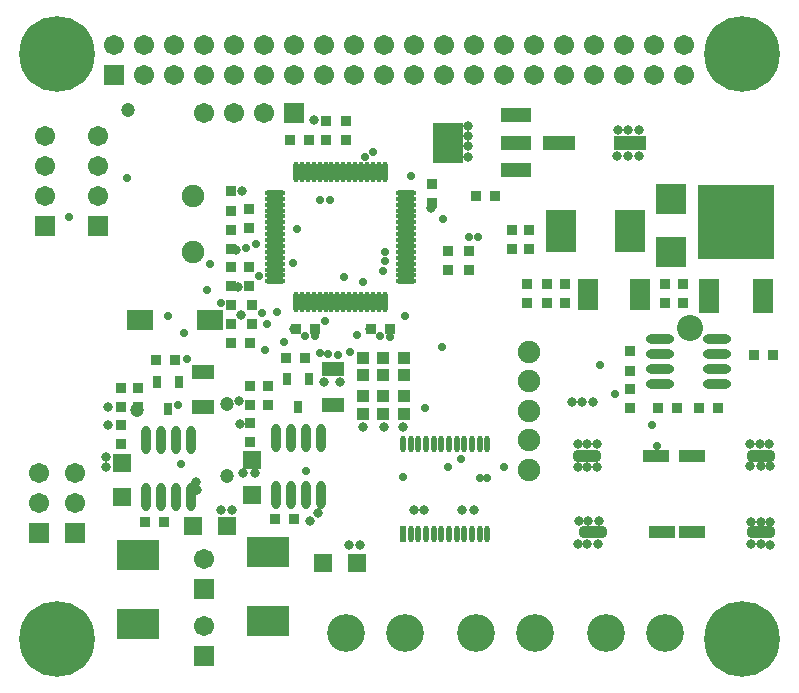
<source format=gts>
G04 Layer_Color=8388736*
%FSLAX44Y44*%
%MOMM*%
G71*
G01*
G75*
%ADD59R,0.9144X0.9652*%
%ADD60R,0.9652X0.9144*%
%ADD61O,0.4532X1.7532*%
%ADD62O,1.7532X0.4532*%
%ADD63R,2.7032X1.2032*%
%ADD64R,2.6032X1.2032*%
%ADD65R,2.6032X3.5032*%
%ADD66R,2.5032X2.5032*%
%ADD67R,6.5032X6.3032*%
%ADD68R,1.7032X3.0032*%
%ADD69O,2.4032X0.8032*%
%ADD70R,2.3032X1.0032*%
G04:AMPARAMS|DCode=71|XSize=2.3032mm|YSize=1.0032mm|CornerRadius=0.3016mm|HoleSize=0mm|Usage=FLASHONLY|Rotation=0.000|XOffset=0mm|YOffset=0mm|HoleType=Round|Shape=RoundedRectangle|*
%AMROUNDEDRECTD71*
21,1,2.3032,0.4000,0,0,0.0*
21,1,1.7000,1.0032,0,0,0.0*
1,1,0.6032,0.8500,-0.2000*
1,1,0.6032,-0.8500,-0.2000*
1,1,0.6032,-0.8500,0.2000*
1,1,0.6032,0.8500,0.2000*
%
%ADD71ROUNDEDRECTD71*%
%ADD72R,1.6532X0.6532*%
%ADD73R,0.5032X1.4032*%
%ADD74O,0.5032X1.4032*%
%ADD75R,1.0032X1.0032*%
%ADD76R,1.0032X1.0032*%
%ADD77R,1.9032X1.3032*%
%ADD78R,0.8032X1.1032*%
%ADD79O,0.8032X2.4032*%
%ADD80R,1.6032X1.5032*%
%ADD81R,1.5032X1.6032*%
%ADD82R,3.6322X2.6162*%
%ADD83R,2.2032X1.8032*%
%ADD84R,2.6162X3.6322*%
%ADD85C,3.2032*%
%ADD86C,1.9032*%
%ADD87R,1.7032X1.7032*%
%ADD88C,1.7032*%
%ADD89R,1.7032X1.7032*%
%ADD90C,0.8032*%
%ADD91C,6.4032*%
%ADD92C,0.7032*%
%ADD93C,2.2032*%
%ADD94C,1.2032*%
D59*
X147500Y250000D02*
D03*
X163700D02*
D03*
X213700Y422500D02*
D03*
X197500D02*
D03*
X590000Y240000D02*
D03*
X606200D02*
D03*
X508800Y195000D02*
D03*
X525000D02*
D03*
X543800D02*
D03*
X560000D02*
D03*
X371200Y375000D02*
D03*
X355000D02*
D03*
X266300Y262500D02*
D03*
X282500D02*
D03*
X202500D02*
D03*
X218700D02*
D03*
X193950Y238000D02*
D03*
X210150D02*
D03*
X83950Y236000D02*
D03*
X100150D02*
D03*
X201150Y101000D02*
D03*
X184950D02*
D03*
X91150Y99000D02*
D03*
X74950D02*
D03*
D60*
X165000Y266300D02*
D03*
Y282500D02*
D03*
X147500D02*
D03*
Y266300D02*
D03*
X162500Y298800D02*
D03*
Y315000D02*
D03*
X147500Y298800D02*
D03*
Y315000D02*
D03*
X147500Y330000D02*
D03*
Y346200D02*
D03*
X162500Y347500D02*
D03*
Y363700D02*
D03*
X147500Y378700D02*
D03*
Y362500D02*
D03*
X530000Y300000D02*
D03*
Y283800D02*
D03*
X515000D02*
D03*
Y300000D02*
D03*
X485000Y211200D02*
D03*
Y195000D02*
D03*
X485000Y243200D02*
D03*
Y227000D02*
D03*
X400000Y346200D02*
D03*
Y330000D02*
D03*
X385000Y346200D02*
D03*
Y330000D02*
D03*
X317500Y368800D02*
D03*
Y385000D02*
D03*
X430000Y300000D02*
D03*
Y283800D02*
D03*
X415000D02*
D03*
Y300000D02*
D03*
X398000Y300200D02*
D03*
Y284000D02*
D03*
X178950Y198000D02*
D03*
Y214200D02*
D03*
X163950D02*
D03*
Y198000D02*
D03*
Y166800D02*
D03*
Y183000D02*
D03*
X68950Y196000D02*
D03*
Y212200D02*
D03*
X53950D02*
D03*
Y196000D02*
D03*
Y164800D02*
D03*
Y181000D02*
D03*
X227500Y422500D02*
D03*
Y438700D02*
D03*
X245000D02*
D03*
Y422500D02*
D03*
X349000Y312000D02*
D03*
Y328200D02*
D03*
X331500Y312000D02*
D03*
Y328200D02*
D03*
D61*
X202500Y395250D02*
D03*
X207500D02*
D03*
X212500D02*
D03*
X217500D02*
D03*
X222500D02*
D03*
X227500D02*
D03*
X232500D02*
D03*
X237500D02*
D03*
X242500D02*
D03*
X247500D02*
D03*
X252500D02*
D03*
X257500D02*
D03*
X262500D02*
D03*
X267500D02*
D03*
X272500D02*
D03*
X277500D02*
D03*
Y284750D02*
D03*
X272500D02*
D03*
X267500D02*
D03*
X262500D02*
D03*
X257500D02*
D03*
X252500D02*
D03*
X247500D02*
D03*
X242500D02*
D03*
X237500D02*
D03*
X232500D02*
D03*
X227500D02*
D03*
X222500D02*
D03*
X217500D02*
D03*
X212500D02*
D03*
X207500D02*
D03*
X202500D02*
D03*
D62*
X295250Y377500D02*
D03*
Y372500D02*
D03*
Y367500D02*
D03*
Y362500D02*
D03*
Y357500D02*
D03*
Y352500D02*
D03*
Y347500D02*
D03*
Y342500D02*
D03*
Y337500D02*
D03*
Y332500D02*
D03*
Y327500D02*
D03*
Y322500D02*
D03*
Y317500D02*
D03*
Y312500D02*
D03*
Y307500D02*
D03*
Y302500D02*
D03*
X184750D02*
D03*
Y307500D02*
D03*
Y312500D02*
D03*
Y317500D02*
D03*
Y322500D02*
D03*
Y327500D02*
D03*
Y332500D02*
D03*
Y337500D02*
D03*
Y342500D02*
D03*
Y347500D02*
D03*
Y352500D02*
D03*
Y357500D02*
D03*
Y362500D02*
D03*
Y367500D02*
D03*
Y372500D02*
D03*
Y377500D02*
D03*
D63*
X425000Y420000D02*
D03*
X485000D02*
D03*
D64*
X389000Y397000D02*
D03*
Y420000D02*
D03*
Y443000D02*
D03*
D65*
X331000Y420000D02*
D03*
D66*
X520000Y372500D02*
D03*
Y327500D02*
D03*
D67*
X575000Y353000D02*
D03*
D68*
X597800Y290500D02*
D03*
X552200D02*
D03*
D69*
X511000Y254050D02*
D03*
Y241350D02*
D03*
Y228650D02*
D03*
Y215950D02*
D03*
X559000Y254050D02*
D03*
Y241350D02*
D03*
Y228650D02*
D03*
Y215950D02*
D03*
D70*
X538000Y155000D02*
D03*
X512000Y90000D02*
D03*
X538000D02*
D03*
X507000Y155000D02*
D03*
D71*
X596000D02*
D03*
X454000Y90000D02*
D03*
X596000D02*
D03*
X449000Y155000D02*
D03*
D72*
X450000Y301500D02*
D03*
Y295000D02*
D03*
Y288500D02*
D03*
Y282000D02*
D03*
X494000D02*
D03*
Y288500D02*
D03*
Y295000D02*
D03*
Y301500D02*
D03*
D73*
X293000Y89000D02*
D03*
D74*
X299500D02*
D03*
X306000D02*
D03*
X312500D02*
D03*
X319000D02*
D03*
X325500D02*
D03*
X332000D02*
D03*
X338500D02*
D03*
X345000D02*
D03*
X351500D02*
D03*
X358000D02*
D03*
X364500D02*
D03*
X293000Y165000D02*
D03*
X299500D02*
D03*
X306000D02*
D03*
X312500D02*
D03*
X319000D02*
D03*
X325500D02*
D03*
X332000D02*
D03*
X338500D02*
D03*
X345000D02*
D03*
X351500D02*
D03*
X358000D02*
D03*
X364500D02*
D03*
D75*
X294000Y238000D02*
D03*
Y223000D02*
D03*
X276500Y238000D02*
D03*
Y223000D02*
D03*
X259000Y238000D02*
D03*
Y223000D02*
D03*
D76*
X294000Y190500D02*
D03*
Y205500D02*
D03*
X276500Y190500D02*
D03*
Y205500D02*
D03*
X259000Y190500D02*
D03*
Y205500D02*
D03*
D77*
X233950Y227986D02*
D03*
Y198014D02*
D03*
X123950Y225986D02*
D03*
Y196014D02*
D03*
D78*
X213450Y219500D02*
D03*
X194450D02*
D03*
X203950Y196500D02*
D03*
X103450Y217500D02*
D03*
X84450D02*
D03*
X93950Y194500D02*
D03*
D79*
X185900Y122000D02*
D03*
X198600D02*
D03*
X211300D02*
D03*
X224000D02*
D03*
X185900Y170000D02*
D03*
X198600D02*
D03*
X211300D02*
D03*
X224000D02*
D03*
X75900Y120000D02*
D03*
X88600D02*
D03*
X101300D02*
D03*
X114000D02*
D03*
X75900Y168000D02*
D03*
X88600D02*
D03*
X101300D02*
D03*
X114000D02*
D03*
D80*
X54950Y120000D02*
D03*
Y149000D02*
D03*
X164950Y122000D02*
D03*
Y151000D02*
D03*
D81*
X225000Y64000D02*
D03*
X254000D02*
D03*
X115000Y95000D02*
D03*
X144000D02*
D03*
D82*
X178950Y73000D02*
D03*
Y14610D02*
D03*
X68950Y71000D02*
D03*
Y12610D02*
D03*
D83*
X130000Y270000D02*
D03*
X70000D02*
D03*
D84*
X485000Y345000D02*
D03*
X426610D02*
D03*
D85*
X355000Y5000D02*
D03*
X405000D02*
D03*
X245000D02*
D03*
X295000D02*
D03*
X465000D02*
D03*
X515000D02*
D03*
D86*
X115000Y375000D02*
D03*
Y327000D02*
D03*
X400000Y168000D02*
D03*
Y243000D02*
D03*
Y218000D02*
D03*
Y193000D02*
D03*
Y143000D02*
D03*
D87*
X35000Y349200D02*
D03*
X-10000Y349600D02*
D03*
X125000Y42000D02*
D03*
Y-15000D02*
D03*
X15000Y89600D02*
D03*
X-15000D02*
D03*
D88*
X35000Y374600D02*
D03*
Y400000D02*
D03*
Y425400D02*
D03*
X-10000Y375000D02*
D03*
Y400400D02*
D03*
Y425800D02*
D03*
X175000Y445000D02*
D03*
X149600D02*
D03*
X124200D02*
D03*
X125000Y67400D02*
D03*
Y10400D02*
D03*
X15000Y140400D02*
D03*
Y115000D02*
D03*
X-15000Y140400D02*
D03*
Y115000D02*
D03*
X48514Y502666D02*
D03*
X73914Y477266D02*
D03*
Y502666D02*
D03*
X99314Y477266D02*
D03*
Y502666D02*
D03*
X124714Y477266D02*
D03*
Y502666D02*
D03*
X150114Y477266D02*
D03*
Y502666D02*
D03*
X175514Y477266D02*
D03*
Y502666D02*
D03*
X200914Y477266D02*
D03*
Y502666D02*
D03*
X226314Y477266D02*
D03*
Y502666D02*
D03*
X251714Y477266D02*
D03*
Y502666D02*
D03*
X277114Y477266D02*
D03*
Y502666D02*
D03*
X302514Y477266D02*
D03*
Y502666D02*
D03*
X327914Y477266D02*
D03*
Y502666D02*
D03*
X353314Y477266D02*
D03*
Y502666D02*
D03*
X378714Y477266D02*
D03*
Y502666D02*
D03*
X404114Y477266D02*
D03*
Y502666D02*
D03*
X429514Y477266D02*
D03*
Y502666D02*
D03*
X454914Y477266D02*
D03*
Y502666D02*
D03*
X480314Y477266D02*
D03*
Y502666D02*
D03*
X505714Y477266D02*
D03*
Y502666D02*
D03*
X531114Y477266D02*
D03*
Y502666D02*
D03*
D89*
X200400Y445000D02*
D03*
X48514Y477266D02*
D03*
D90*
X454000Y200000D02*
D03*
X445000D02*
D03*
X436000D02*
D03*
X218000Y439000D02*
D03*
X317000Y365000D02*
D03*
X348000Y434000D02*
D03*
Y426000D02*
D03*
Y417000D02*
D03*
Y408000D02*
D03*
X475000Y431000D02*
D03*
X484000D02*
D03*
X493000D02*
D03*
X474000Y409000D02*
D03*
X484000D02*
D03*
X493000D02*
D03*
X587000Y165000D02*
D03*
X595000D02*
D03*
X603000D02*
D03*
X587000Y146000D02*
D03*
X596000D02*
D03*
X604000D02*
D03*
X588000Y99000D02*
D03*
X596000D02*
D03*
X604000D02*
D03*
X588000Y80000D02*
D03*
X596000D02*
D03*
X604000Y79000D02*
D03*
X441000Y165000D02*
D03*
X449000D02*
D03*
X457000D02*
D03*
X441000Y145000D02*
D03*
X449000D02*
D03*
X457000D02*
D03*
X442000Y100000D02*
D03*
X450000D02*
D03*
X459000D02*
D03*
X441000Y80000D02*
D03*
X449000D02*
D03*
X458000D02*
D03*
X302000Y109000D02*
D03*
X311000D02*
D03*
X343000D02*
D03*
X353000D02*
D03*
X247000Y79000D02*
D03*
X257000D02*
D03*
X139000Y109000D02*
D03*
X148000D02*
D03*
X118000Y133000D02*
D03*
X119000Y126000D02*
D03*
X214000Y100000D02*
D03*
X221000Y106000D02*
D03*
X158000Y140000D02*
D03*
X168000D02*
D03*
X42000Y154000D02*
D03*
Y145000D02*
D03*
X43000Y196000D02*
D03*
Y181000D02*
D03*
X155000Y182000D02*
D03*
X154000Y201000D02*
D03*
X153000Y298000D02*
D03*
X152000Y329000D02*
D03*
X157000Y379000D02*
D03*
X265000Y262000D02*
D03*
X201000D02*
D03*
X226000Y217000D02*
D03*
X240000D02*
D03*
X259000Y179000D02*
D03*
X277000D02*
D03*
X293000D02*
D03*
X156000Y274000D02*
D03*
D91*
X0Y0D02*
D03*
X580000Y-0D02*
D03*
Y495000D02*
D03*
X0D02*
D03*
D92*
X171000Y307000D02*
D03*
X160000Y331000D02*
D03*
X300000Y392000D02*
D03*
X349000Y340000D02*
D03*
X357000D02*
D03*
X203000Y347000D02*
D03*
X327000Y355000D02*
D03*
X162000Y299000D02*
D03*
X219000Y256000D02*
D03*
X282000Y255000D02*
D03*
X508000Y163000D02*
D03*
X261000Y408000D02*
D03*
X267999Y411999D02*
D03*
X130000Y317000D02*
D03*
X169000Y334000D02*
D03*
X105000Y148000D02*
D03*
X200000Y318000D02*
D03*
X211000Y142000D02*
D03*
X231000Y371000D02*
D03*
X223000D02*
D03*
X174000Y276000D02*
D03*
X127000Y295000D02*
D03*
X192000Y251000D02*
D03*
X186000Y277000D02*
D03*
X178000Y266000D02*
D03*
X108000Y259000D02*
D03*
X94000Y273000D02*
D03*
X10000Y357000D02*
D03*
X312000Y195000D02*
D03*
X342000Y152000D02*
D03*
X223000Y242000D02*
D03*
X230000Y241000D02*
D03*
X248000Y243000D02*
D03*
X237999Y240000D02*
D03*
X460000Y232000D02*
D03*
X473000Y207000D02*
D03*
X504000Y181000D02*
D03*
X485000Y227000D02*
D03*
X278000Y320000D02*
D03*
Y327000D02*
D03*
X227000Y269000D02*
D03*
X210000Y256000D02*
D03*
X176000Y244000D02*
D03*
X326000Y247000D02*
D03*
X276000Y311000D02*
D03*
X295000Y273000D02*
D03*
X254000Y257000D02*
D03*
X243000Y306000D02*
D03*
X259000Y302000D02*
D03*
X274000Y256000D02*
D03*
X331000Y145000D02*
D03*
X379000D02*
D03*
X358000Y136000D02*
D03*
X364000D02*
D03*
X293000Y137000D02*
D03*
X110000Y237000D02*
D03*
X103000Y198000D02*
D03*
X59000Y390000D02*
D03*
X139000Y284000D02*
D03*
D93*
X536000Y263000D02*
D03*
D94*
X144000Y138000D02*
D03*
Y199000D02*
D03*
X68000Y194000D02*
D03*
X60000Y448000D02*
D03*
M02*

</source>
